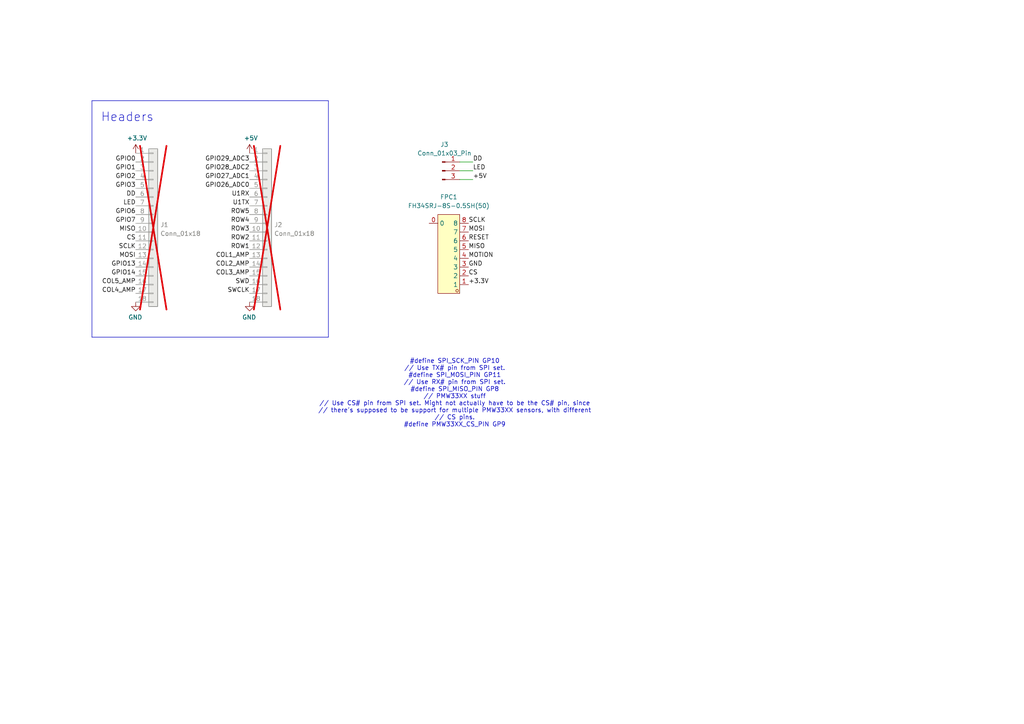
<source format=kicad_sch>
(kicad_sch (version 20250114) (generator "eeschema") (generator_version "9.0")
  (paper "A4")
  (lib_symbols
    (symbol "Connector:Conn_01x03_Pin" (pin_names (offset 1.016) (hide yes))
      (property "Reference" "J" (at 0 5.08 0))
      (property "Value" "Conn_01x03_Pin" (at 0 -5.08 0))
      (symbol "Conn_01x03_Pin_1_1"
        (rectangle (start 0.8636 2.667) (end 0 2.413) (stroke (width 0.1524)) (fill (type outline)))
        (rectangle (start 0.8636 0.127) (end 0 -0.127) (stroke (width 0.1524)) (fill (type outline)))
        (rectangle (start 0.8636 -2.413) (end 0 -2.667) (stroke (width 0.1524)) (fill (type outline)))
        (polyline (pts (xy 1.27 2.54) (xy 0.8636 2.54)) (stroke (width 0.1524)))
        (polyline (pts (xy 1.27 0) (xy 0.8636 0)) (stroke (width 0.1524)))
        (polyline (pts (xy 1.27 -2.54) (xy 0.8636 -2.54)) (stroke (width 0.1524)))
        (pin passive line (at 5.08 2.54 180) (length 3.81) (name "Pin_1") (number "1"))
        (pin passive line (at 5.08 0 180) (length 3.81) (name "Pin_2") (number "2"))
        (pin passive line (at 5.08 -2.54 180) (length 3.81) (name "Pin_3") (number "3"))
      )
    )
    (symbol "Connector_Generic:Conn_01x18" (pin_names (offset 1.016) (hide yes))
      (property "Reference" "J" (at 0 22.86 0))
      (property "Value" "Conn_01x18" (at 0 -25.4 0))
      (symbol "Conn_01x18_1_1"
        (rectangle (start -1.27 21.59) (end 1.27 -24.13) (stroke (width 0.254)) (fill (type background)))
        (rectangle (start -1.27 20.447) (end 0 20.193) (stroke (width 0.1524)))
        (rectangle (start -1.27 17.907) (end 0 17.653) (stroke (width 0.1524)))
        (rectangle (start -1.27 15.367) (end 0 15.113) (stroke (width 0.1524)))
        (rectangle (start -1.27 12.827) (end 0 12.573) (stroke (width 0.1524)))
        (rectangle (start -1.27 10.287) (end 0 10.033) (stroke (width 0.1524)))
        (rectangle (start -1.27 7.747) (end 0 7.493) (stroke (width 0.1524)))
        (rectangle (start -1.27 5.207) (end 0 4.953) (stroke (width 0.1524)))
        (rectangle (start -1.27 2.667) (end 0 2.413) (stroke (width 0.1524)))
        (rectangle (start -1.27 0.127) (end 0 -0.127) (stroke (width 0.1524)))
        (rectangle (start -1.27 -2.413) (end 0 -2.667) (stroke (width 0.1524)))
        (rectangle (start -1.27 -4.953) (end 0 -5.207) (stroke (width 0.1524)))
        (rectangle (start -1.27 -7.493) (end 0 -7.747) (stroke (width 0.1524)))
        (rectangle (start -1.27 -10.033) (end 0 -10.287) (stroke (width 0.1524)))
        (rectangle (start -1.27 -12.573) (end 0 -12.827) (stroke (width 0.1524)))
        (rectangle (start -1.27 -15.113) (end 0 -15.367) (stroke (width 0.1524)))
        (rectangle (start -1.27 -17.653) (end 0 -17.907) (stroke (width 0.1524)))
        (rectangle (start -1.27 -20.193) (end 0 -20.447) (stroke (width 0.1524)))
        (rectangle (start -1.27 -22.733) (end 0 -22.987) (stroke (width 0.1524)))
        (pin passive line (at -5.08 20.32 0) (length 3.81) (name "Pin_1") (number "1"))
        (pin passive line (at -5.08 17.78 0) (length 3.81) (name "Pin_2") (number "2"))
        (pin passive line (at -5.08 15.24 0) (length 3.81) (name "Pin_3") (number "3"))
        (pin passive line (at -5.08 12.7 0) (length 3.81) (name "Pin_4") (number "4"))
        (pin passive line (at -5.08 10.16 0) (length 3.81) (name "Pin_5") (number "5"))
        (pin passive line (at -5.08 7.62 0) (length 3.81) (name "Pin_6") (number "6"))
        (pin passive line (at -5.08 5.08 0) (length 3.81) (name "Pin_7") (number "7"))
        (pin passive line (at -5.08 2.54 0) (length 3.81) (name "Pin_8") (number "8"))
        (pin passive line (at -5.08 0 0) (length 3.81) (name "Pin_9") (number "9"))
        (pin passive line (at -5.08 -2.54 0) (length 3.81) (name "Pin_10") (number "10"))
        (pin passive line (at -5.08 -5.08 0) (length 3.81) (name "Pin_11") (number "11"))
        (pin passive line (at -5.08 -7.62 0) (length 3.81) (name "Pin_12") (number "12"))
        (pin passive line (at -5.08 -10.16 0) (length 3.81) (name "Pin_13") (number "13"))
        (pin passive line (at -5.08 -12.7 0) (length 3.81) (name "Pin_14") (number "14"))
        (pin passive line (at -5.08 -15.24 0) (length 3.81) (name "Pin_15") (number "15"))
        (pin passive line (at -5.08 -17.78 0) (length 3.81) (name "Pin_16") (number "16"))
        (pin passive line (at -5.08 -20.32 0) (length 3.81) (name "Pin_17") (number "17"))
        (pin passive line (at -5.08 -22.86 0) (length 3.81) (name "Pin_18") (number "18"))
      )
    )
    (symbol "easyeda2kicad:FH34SRJ-8S-0.5SH(50)"
      (property "Reference" "FPC" (at 0 13.97 0))
      (property "Value" "FH34SRJ-8S-0.5SH(50)" (at 0 -13.97 0))
      (symbol "FH34SRJ-8S-0.5SH(50)_0_1"
        (rectangle (start -1.27 11.43) (end 5.08 -11.43) (fill (type background)))
        (circle (center -0.51 10.67) (radius 0.38))
        (pin unspecified line (at -3.81 8.89 0) (length 2.54) (name "1") (number "1"))
        (pin unspecified line (at -3.81 6.35 0) (length 2.54) (name "2") (number "2"))
        (pin unspecified line (at -3.81 3.81 0) (length 2.54) (name "3") (number "3"))
        (pin unspecified line (at -3.81 1.27 0) (length 2.54) (name "4") (number "4"))
        (pin unspecified line (at -3.81 -1.27 0) (length 2.54) (name "5") (number "5"))
        (pin unspecified line (at -3.81 -3.81 0) (length 2.54) (name "6") (number "6"))
        (pin unspecified line (at -3.81 -6.35 0) (length 2.54) (name "7") (number "7"))
        (pin unspecified line (at -3.81 -8.89 0) (length 2.54) (name "8") (number "8"))
        (pin unspecified line (at 7.62 -8.89 180) (length 2.54) (name "0") (number "0"))
      )
    )
    (symbol "power:+3.3V" (power) (pin_names (offset 0))
      (property "Value" "+3.3V" (at 0 3.556 0))
      (symbol "+3.3V_0_1"
        (polyline (pts (xy -0.762 1.27) (xy 0 2.54)))
        (polyline (pts (xy 0 2.54) (xy 0.762 1.27)))
        (polyline (pts (xy 0 0) (xy 0 2.54)))
      )
      (symbol "+3.3V_1_1"
        (pin power_in line (at 0 0 90) (length 0) (hide yes) (name "+3.3V") (number "1"))
      )
    )
    (symbol "power:+5V" (power) (pin_names (offset 0))
      (property "Value" "+5V" (at 0 3.556 0))
      (symbol "+5V_0_1"
        (polyline (pts (xy -0.762 1.27) (xy 0 2.54)))
        (polyline (pts (xy 0 2.54) (xy 0.762 1.27)))
        (polyline (pts (xy 0 0) (xy 0 2.54)))
      )
      (symbol "+5V_1_1"
        (pin power_in line (at 0 0 90) (length 0) (hide yes) (name "+5V") (number "1"))
      )
    )
    (symbol "power:GND" (power) (pin_names (offset 0))
      (property "Value" "GND" (at 0 -3.81 0))
      (symbol "GND_0_1"
        (polyline (pts (xy 0 0) (xy 0 -1.27) (xy 1.27 -1.27) (xy 0 -2.54) (xy -1.27 -1.27) (xy 0 -1.27)))
      )
      (symbol "GND_1_1"
        (pin power_in line (at 0 0 270) (length 0) (hide yes) (name "GND") (number "1"))
      )
    )
  )
  (text "Headers" (at 29.21 35.56 0) (effects (font (size 2.54 2.54)) (justify left bottom)))
  (text "        #define SPI_SCK_PIN GP10\n        // Use TX# pin from SPI set.\n        #define SPI_MOSI_PIN GP11\n        // Use RX# pin from SPI set.\n        #define SPI_MISO_PIN GP8\n        // PMW33XX stuff\n        // Use CS# pin from SPI set. Might not actually have to be the CS# pin, since\n        // there's supposed to be support for multiple PMW33XX sensors, with different\n        // CS pins.\n        #define PMW33XX_CS_PIN GP9\n" (at 128.016 114.046 0) (effects (font (size 1.27 1.27))))
  (polyline (pts (xy 26.67 97.79) (xy 95.25 97.79)))
  (wire (pts (xy 137.16 46.99) (xy 133.35 46.99)))
  (wire (pts (xy 137.16 49.53) (xy 133.35 49.53)))
  (wire (pts (xy 137.16 52.07) (xy 133.35 52.07)))
  (polyline (pts (xy 95.25 97.79) (xy 95.25 29.21)))
  (polyline (pts (xy 26.67 29.21) (xy 26.67 97.79)))
  (polyline (pts (xy 26.67 29.21) (xy 95.25 29.21)))
  (label "COL5_AMP" (at 39.37 82.55 180))
  (label "LED" (at 137.16 49.53 0))
  (label "ROW1" (at 72.39 72.39 180))
  (label "SCLK" (at 135.89 64.77 0))
  (label "GPIO27_ADC1" (at 72.39 52.07 180))
  (label "DD" (at 39.37 57.15 180))
  (label "GPIO6" (at 39.37 62.23 180))
  (label "MISO" (at 135.89 72.39 0))
  (label "SWCLK" (at 72.39 85.09 180))
  (label "GPIO28_ADC2" (at 72.39 49.53 180))
  (label "U1TX" (at 72.39 59.69 180))
  (label "CS" (at 39.37 69.85 180))
  (label "MOTION" (at 135.89 74.93 0))
  (label "SCLK" (at 39.37 72.39 180))
  (label "+5V" (at 137.16 52.07 0))
  (label "GPIO7" (at 39.37 64.77 180))
  (label "+3.3V" (at 135.89 82.55 0))
  (label "SWD" (at 72.39 82.55 180))
  (label "GPIO1" (at 39.37 49.53 180))
  (label "GPIO29_ADC3" (at 72.39 46.99 180))
  (label "U1RX" (at 72.39 57.15 180))
  (label "COL1_AMP" (at 72.39 74.93 180))
  (label "MOSI" (at 135.89 67.31 0))
  (label "LED" (at 39.37 59.69 180))
  (label "COL3_AMP" (at 72.39 80.01 180))
  (label "DD" (at 137.16 46.99 0))
  (label "GPIO0" (at 39.37 46.99 180))
  (label "GPIO26_ADC0" (at 72.39 54.61 180))
  (label "ROW3" (at 72.39 67.31 180))
  (label "GPIO3" (at 39.37 54.61 180))
  (label "COL4_AMP" (at 39.37 85.09 180))
  (label "MISO" (at 39.37 67.31 180))
  (label "CS" (at 135.89 80.01 0))
  (label "ROW2" (at 72.39 69.85 180))
  (label "RESET" (at 135.89 69.85 0))
  (label "COL2_AMP" (at 72.39 77.47 180))
  (label "GPIO2" (at 39.37 52.07 180))
  (label "ROW5" (at 72.39 62.23 180))
  (label "GND" (at 135.89 77.47 0))
  (label "MOSI" (at 39.37 74.93 180))
  (label "ROW4" (at 72.39 64.77 180))
  (label "GPIO13" (at 39.37 77.47 180))
  (label "GPIO14" (at 39.37 80.01 180))
  (symbol (lib_id "power:+5V") (at 72.39 44.45 0) (unit 1)
    (property "Reference" "#PWR09" (effects (hide yes)))
    (property "Value" "+5V" (at 72.771 40.0558 0))
  )
  (symbol (lib_id "easyeda2kicad:FH34SRJ-8S-0.5SH(50)") (at 132.08 73.66 180) (unit 1)
    (property "Reference" "FPC1" (at 130.175 57.15 0))
    (property "Value" "FH34SRJ-8S-0.5SH(50)" (at 130.175 59.69 0))
    (property "Footprint" "easyeda2kicad:FPC-SMD_8P-P0.50-FH34SRJ" (effects (hide yes)))
    (property "Datasheet" "https://lcsc.com/product-detail/FPC-Connectors_HRS_FH34SRJ-8S-0-5SH-50_5801231850-8P-0-5mm-ClamshellFPC-SMD_C88372.html" (effects (hide yes)))
    (property "LCSC Part" "C88372" (effects (hide yes)))
  )
  (symbol (lib_id "power:GND") (at 39.37 87.63 0) (mirror y) (unit 1)
    (property "Reference" "#PWR04" (effects (hide yes)))
    (property "Value" "GND" (at 39.243 92.0242 0))
  )
  (symbol (lib_id "power:+3.3V") (at 39.37 44.45 0) (unit 1)
    (property "Reference" "#PWR0103" (effects (hide yes)))
    (property "Value" "+3.3V" (at 39.751 40.0558 0))
  )
  (symbol (lib_id "Connector_Generic:Conn_01x18") (at 77.47 64.77 0) (unit 1) (in_bom no) (dnp yes)
    (property "Reference" "J2" (at 79.502 65.2053 0) (effects (justify left)))
    (property "Value" "Conn_01x18" (at 79.502 67.7422 0) (effects (justify left)))
    (property "Footprint" "Connector_PinHeader_2.54mm:PinHeader_1x18_P2.54mm_Vertical" (effects (hide yes)))
  )
  (symbol (lib_id "power:GND") (at 72.39 87.63 0) (mirror y) (unit 1)
    (property "Reference" "#PWR010" (effects (hide yes)))
    (property "Value" "GND" (at 72.263 92.0242 0))
  )
  (symbol (lib_id "Connector_Generic:Conn_01x18") (at 44.45 64.77 0) (unit 1) (in_bom no) (dnp yes)
    (property "Reference" "J1" (at 46.482 65.2053 0) (effects (justify left)))
    (property "Value" "Conn_01x18" (at 46.482 67.7422 0) (effects (justify left)))
    (property "Footprint" "Connector_PinHeader_2.54mm:PinHeader_1x18_P2.54mm_Vertical" (effects (hide yes)))
  )
  (symbol (lib_id "Connector:Conn_01x03_Pin") (at 128.27 49.53 0) (unit 1)
    (property "Reference" "J3" (at 128.905 41.91 0))
    (property "Value" "Conn_01x03_Pin" (at 128.905 44.45 0))
    (property "Footprint" "Connector_JST:JST_ZH_B3B-ZR_1x03_P1.50mm_Vertical" (effects (hide yes)))
    (property "Description" "Generic connector, single row, 01x03, script generated" (effects (hide yes)))
  )
)
</source>
